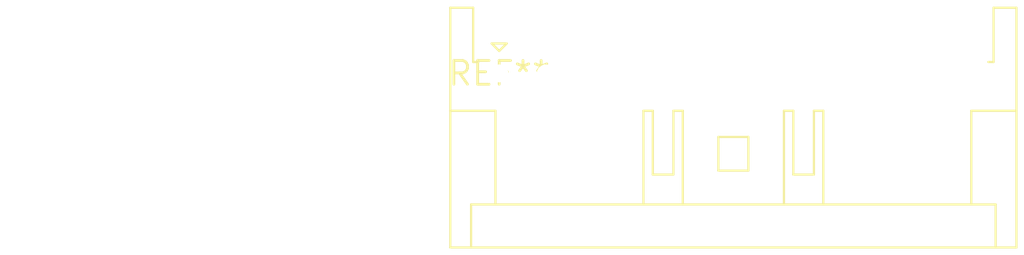
<source format=kicad_pcb>
(kicad_pcb (version 20240108) (generator pcbnew)
  (layers (0 "F.Cu" signal) (31 "B.Cu" signal) (34 "B.Paste" user) (35 "F.Paste" user) (36 "B.SilkS" user "B.Silkscreen") (37 "F.SilkS" user "F.Silkscreen") (38 "B.Mask" user) (39 "F.Mask" user) (44 "Edge.Cuts" user))
  (net 0 "")
  (footprint "JST_XA_S11B-XASK-1N-BN_1x11_P2.50mm_Horizontal" (layer "F.Cu") (at 0 0)
    (property "Reference" "REF**")
    (property "Value" "JST_XA_S11B-XASK-1N-BN_1x11_P2.50mm_Horizontal")
    (fp_line (start -2.61 -3.51) (end -2.61 9.31) (layer "F.SilkS") (stroke (width 0.12)))
    (fp_line (start -2.61 9.31) (end 27.61 9.31) (layer "F.SilkS") (stroke (width 0.12)))
    (fp_line (start -1.5 7.01) (end 26.5 7.01) (layer "F.SilkS") (stroke (width 0.12)))
    (fp_line (start -1.5 9.31) (end -1.5 7.01) (layer "F.SilkS") (stroke (width 0.12)))
    (fp_line (start -1.39 -3.51) (end -2.61 -3.51) (layer "F.SilkS") (stroke (width 0.12)))
    (fp_line (start -1.39 -0.61) (end -1.39 -3.51) (layer "F.SilkS") (stroke (width 0.12)))
    (fp_line (start -1.11 -0.61) (end -1.39 -0.61) (layer "F.SilkS") (stroke (width 0.12)))
    (fp_line (start -0.4 -1.6) (end 0.4 -1.6) (layer "F.SilkS") (stroke (width 0.12)))
    (fp_line (start -0.2 2) (end -2.61 2) (layer "F.SilkS") (stroke (width 0.12)))
    (fp_line (start -0.2 7.01) (end -0.2 2) (layer "F.SilkS") (stroke (width 0.12)))
    (fp_line (start 0 -1.2) (end -0.4 -1.6) (layer "F.SilkS") (stroke (width 0.12)))
    (fp_line (start 0.4 -1.6) (end 0 -1.2) (layer "F.SilkS") (stroke (width 0.12)))
    (fp_line (start 7.7 2) (end 7.7 7.01) (layer "F.SilkS") (stroke (width 0.12)))
    (fp_line (start 8.2 2) (end 7.7 2) (layer "F.SilkS") (stroke (width 0.12)))
    (fp_line (start 8.2 5.41) (end 8.2 2) (layer "F.SilkS") (stroke (width 0.12)))
    (fp_line (start 9.3 2) (end 9.3 5.41) (layer "F.SilkS") (stroke (width 0.12)))
    (fp_line (start 9.3 5.41) (end 8.2 5.41) (layer "F.SilkS") (stroke (width 0.12)))
    (fp_line (start 9.8 2) (end 9.3 2) (layer "F.SilkS") (stroke (width 0.12)))
    (fp_line (start 9.8 7.01) (end 9.8 2) (layer "F.SilkS") (stroke (width 0.12)))
    (fp_line (start 11.7 3.4) (end 13.3 3.4) (layer "F.SilkS") (stroke (width 0.12)))
    (fp_line (start 11.7 5.2) (end 11.7 3.4) (layer "F.SilkS") (stroke (width 0.12)))
    (fp_line (start 13.3 3.4) (end 13.3 5.2) (layer "F.SilkS") (stroke (width 0.12)))
    (fp_line (start 13.3 5.2) (end 11.7 5.2) (layer "F.SilkS") (stroke (width 0.12)))
    (fp_line (start 15.2 2) (end 15.7 2) (layer "F.SilkS") (stroke (width 0.12)))
    (fp_line (start 15.2 7.01) (end 15.2 2) (layer "F.SilkS") (stroke (width 0.12)))
    (fp_line (start 15.7 2) (end 15.7 5.41) (layer "F.SilkS") (stroke (width 0.12)))
    (fp_line (start 15.7 5.41) (end 16.8 5.41) (layer "F.SilkS") (stroke (width 0.12)))
    (fp_line (start 16.8 2) (end 17.3 2) (layer "F.SilkS") (stroke (width 0.12)))
    (fp_line (start 16.8 5.41) (end 16.8 2) (layer "F.SilkS") (stroke (width 0.12)))
    (fp_line (start 17.3 2) (end 17.3 7.01) (layer "F.SilkS") (stroke (width 0.12)))
    (fp_line (start 25.2 2) (end 27.61 2) (layer "F.SilkS") (stroke (width 0.12)))
    (fp_line (start 25.2 7.01) (end 25.2 2) (layer "F.SilkS") (stroke (width 0.12)))
    (fp_line (start 26.39 -3.51) (end 26.39 -0.61) (layer "F.SilkS") (stroke (width 0.12)))
    (fp_line (start 26.39 -0.61) (end 26.11 -0.61) (layer "F.SilkS") (stroke (width 0.12)))
    (fp_line (start 26.5 7.01) (end 26.5 9.31) (layer "F.SilkS") (stroke (width 0.12)))
    (fp_line (start 27.61 -3.51) (end 26.39 -3.51) (layer "F.SilkS") (stroke (width 0.12)))
    (fp_line (start 27.61 9.31) (end 27.61 -3.51) (layer "F.SilkS") (stroke (width 0.12)))
    (pad "1" thru_hole roundrect (at 0 0) (size 1.7 1.95) (drill 0.95) (layers *.Cu *.Mask) (remove_unused_layers) (roundrect_rratio 0.147059))
    (pad "2" thru_hole oval (at 2.5 0) (size 1.7 1.95) (drill 0.95) (layers *.Cu *.Mask) (remove_unused_layers))
    (pad "3" thru_hole oval (at 5 0) (size 1.7 1.95) (drill 0.95) (layers *.Cu *.Mask) (remove_unused_layers))
    (pad "4" thru_hole oval (at 7.5 0) (size 1.7 1.95) (drill 0.95) (layers *.Cu *.Mask) (remove_unused_layers))
    (pad "5" thru_hole oval (at 10 0) (size 1.7 1.95) (drill 0.95) (layers *.Cu *.Mask) (remove_unused_layers))
    (pad "6" thru_hole oval (at 12.5 0) (size 1.7 1.95) (drill 0.95) (layers *.Cu *.Mask) (remove_unused_layers))
    (pad "7" thru_hole oval (at 15 0) (size 1.7 1.95) (drill 0.95) (layers *.Cu *.Mask) (remove_unused_layers))
    (pad "8" thru_hole oval (at 17.5 0) (size 1.7 1.95) (drill 0.95) (layers *.Cu *.Mask) (remove_unused_layers))
    (pad "9" thru_hole oval (at 20 0) (size 1.7 1.95) (drill 0.95) (layers *.Cu *.Mask) (remove_unused_layers))
    (pad "10" thru_hole oval (at 22.5 0) (size 1.7 1.95) (drill 0.95) (layers *.Cu *.Mask) (remove_unused_layers))
    (pad "11" thru_hole oval (at 25 0) (size 1.7 1.95) (drill 0.95) (layers *.Cu *.Mask) (remove_unused_layers))
  )
)
</source>
